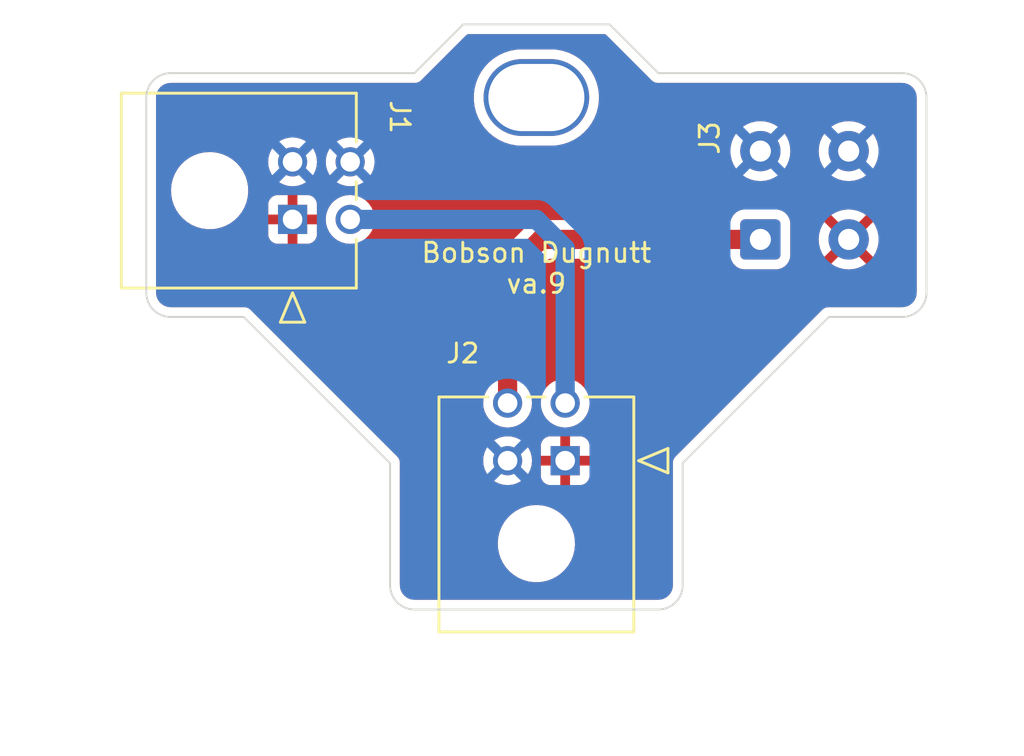
<source format=kicad_pcb>
(kicad_pcb (version 20211014) (generator pcbnew)
  (layers (0 "F.Cu" signal) (31 "B.Cu" signal) (34 "B.Paste" user) (35 "F.Paste" user) (36 "B.SilkS" user "B.Silkscreen") (37 "F.SilkS" user "F.Silkscreen") (38 "B.Mask" user) (39 "F.Mask" user) (44 "Edge.Cuts" user))
  (net 0 "")
  (net 1 "/VCC")
  (net 2 "/GND")
  (net 3 "/DATA_IN")
  (net 4 "/DATA_OUT")
  (footprint "dowloaded_parts:430450400" (layer "F.Cu") (at 119.38 55.88 -90)
    (fp_text reference "J1" (at -5.334 -5.588 -90 unlocked) (layer "F.SilkS"))
    (fp_text value "430450400")
    (fp_line (start 3.574991 -3.320001) (end 1.031545 -3.320001) (layer "F.SilkS") (width 0.1524))
    (fp_line (start 3.828991 0) (end 5.352991 -0.635) (layer "F.SilkS") (width 0.1524))
    (fp_line (start -6.574988 8.92) (end 3.574991 8.92) (layer "F.SilkS") (width 0.1524))
    (fp_line (start 5.352991 0.635) (end 3.828991 0) (layer "F.SilkS") (width 0.1524))
    (fp_line (start -4.031544 -3.320001) (end -6.574988 -3.320001) (layer "F.SilkS") (width 0.1524))
    (fp_line (start -6.574988 -3.320001) (end -6.574988 8.92) (layer "F.SilkS") (width 0.1524))
    (fp_line (start 5.352991 -0.635) (end 5.352991 0.635) (layer "F.SilkS") (width 0.1524))
    (fp_line (start 3.574991 8.92) (end 3.574991 -3.320001) (layer "F.SilkS") (width 0.1524))
    (fp_line (start -1.031545 -3.320001) (end -1.968454 -3.320001) (layer "F.SilkS") (width 0.1524))
    (pad "" np_thru_hole circle (at -1.5 4.319999 270) (size 2.999999 2.999999) (drill 2.999999) (layers *.Cu *.Mask))
    (pad "1" thru_hole rect (at 0 0 270) (size 1.52 1.52) (drill 1.02) (layers *.Cu *.Mask) (net 1 "/VCC"))
    (pad "2" thru_hole circle (at -2.999999 0 270) (size 1.52 1.52) (drill 1.02) (layers *.Cu *.Mask) (net 2 "/GND"))
    (pad "3" thru_hole circle (at 0 -2.999999 270) (size 1.52 1.52) (drill 1.02) (layers *.Cu *.Mask) (net 3 "/DATA_IN"))
    (pad "4" thru_hole circle (at -2.999999 -2.999999 270) (size 1.52 1.52) (drill 1.02) (layers *.Cu *.Mask) (net 2 "/GND"))
  )
  (footprint "dowloaded_parts:430450400" (layer "F.Cu") (at 133.58 68.447001)
    (fp_text reference "J2" (at -5.334 -5.588 unlocked) (layer "F.SilkS"))
    (fp_text value "430450400")
    (fp_line (start 3.574991 8.92) (end 3.574991 -3.320001) (layer "F.SilkS") (width 0.1524))
    (fp_line (start 5.352991 -0.635) (end 5.352991 0.635) (layer "F.SilkS") (width 0.1524))
    (fp_line (start 3.574991 -3.320001) (end 1.031545 -3.320001) (layer "F.SilkS") (width 0.1524))
    (fp_line (start -6.574988 -3.320001) (end -6.574988 8.92) (layer "F.SilkS") (width 0.1524))
    (fp_line (start -4.031544 -3.320001) (end -6.574988 -3.320001) (layer "F.SilkS") (width 0.1524))
    (fp_line (start -6.574988 8.92) (end 3.574991 8.92) (layer "F.SilkS") (width 0.1524))
    (fp_line (start 5.352991 0.635) (end 3.828991 0) (layer "F.SilkS") (width 0.1524))
    (fp_line (start 3.828991 0) (end 5.352991 -0.635) (layer "F.SilkS") (width 0.1524))
    (fp_line (start -1.031545 -3.320001) (end -1.968454 -3.320001) (layer "F.SilkS") (width 0.1524))
    (pad "" np_thru_hole circle (at -1.5 4.319999) (size 2.999999 2.999999) (drill 2.999999) (layers *.Cu *.Mask))
    (pad "1" thru_hole rect (at 0 0) (size 1.52 1.52) (drill 1.02) (layers *.Cu *.Mask) (net 1 "/VCC"))
    (pad "2" thru_hole circle (at -2.999999 0) (size 1.52 1.52) (drill 1.02) (layers *.Cu *.Mask) (net 2 "/GND"))
    (pad "3" thru_hole circle (at 0 -2.999999) (size 1.52 1.52) (drill 1.02) (layers *.Cu *.Mask) (net 3 "/DATA_IN"))
    (pad "4" thru_hole circle (at -2.999999 -2.999999) (size 1.52 1.52) (drill 1.02) (layers *.Cu *.Mask) (net 4 "/DATA_OUT"))
  )
  (footprint "dowloaded_parts:2x2 18awg Wire" (layer "F.Cu") (at 143.747 56.9214 90)
    (fp_text reference "J3" (at 5.2832 -2.6416 90) (layer "F.SilkS"))
    (fp_text value "Conn_01x04")
    (pad "1" thru_hole circle (at 0 4.6 90) (size 2.1 2.1) (drill 1.1) (layers *.Cu *.Mask) (net 1 "/VCC"))
    (pad "2" thru_hole circle (at 4.6 4.6 90) (size 2.1 2.1) (drill 1.1) (layers *.Cu *.Mask) (net 2 "/GND"))
    (pad "3" thru_hole roundrect (at 0 0 90) (size 2.1 2.1) (drill 1.1) (layers *.Cu *.Mask) (roundrect_rratio 0.119048) (net 4 "/DATA_OUT"))
    (pad "4" thru_hole circle (at 4.6 0 90) (size 2.1 2.1) (drill 1.1) (layers *.Cu *.Mask) (net 2 "/GND"))
  )
  (footprint "Connector:Banana_Jack_1Pin" (layer "F.Cu") (at 132.08 49.53)
    (fp_text reference "REF**" hide)
    (fp_text value "Banana_Jack_1Pin" hide)
    (pad "1" thru_hole oval (at 0 0) (size 5.5 4) (drill oval 5 3.5) (layers *.Cu *.Mask))
  )
  (gr_line (start 111.76 49.53) (end 111.76 59.69) (layer "Edge.Cuts") (width 0.1))
  (gr_line (start 151.13 60.96) (end 147.32 60.96) (layer "Edge.Cuts") (width 0.1))
  (gr_arc (start 113.03 60.96) (mid 112.131974 60.588026) (end 111.76 59.69) (layer "Edge.Cuts") (width 0.1))
  (gr_line (start 139.7 68.58) (end 147.32 60.96) (layer "Edge.Cuts") (width 0.1))
  (gr_line (start 138.43 48.26) (end 151.13 48.26) (layer "Edge.Cuts") (width 0.1))
  (gr_line (start 138.43 76.2) (end 125.73 76.2) (layer "Edge.Cuts") (width 0.1))
  (gr_line (start 139.7 74.93) (end 139.7 68.58) (layer "Edge.Cuts") (width 0.1))
  (gr_line (start 125.73 48.26) (end 113.03 48.26) (layer "Edge.Cuts") (width 0.1))
  (gr_line (start 128.27 45.72) (end 135.89 45.72) (layer "Edge.Cuts") (width 0.1))
  (gr_arc (start 139.7 74.93) (mid 139.328026 75.828026) (end 138.43 76.2) (layer "Edge.Cuts") (width 0.1))
  (gr_line (start 116.84 60.96) (end 124.46 68.58) (layer "Edge.Cuts") (width 0.1))
  (gr_line (start 124.46 74.93) (end 124.46 68.58) (layer "Edge.Cuts") (width 0.1))
  (gr_arc (start 152.4 59.69) (mid 152.028026 60.588026) (end 151.13 60.96) (layer "Edge.Cuts") (width 0.1))
  (gr_arc (start 125.73 76.2) (mid 124.831974 75.828026) (end 124.46 74.93) (layer "Edge.Cuts") (width 0.1))
  (gr_arc (start 151.13 48.26) (mid 152.028026 48.631974) (end 152.4 49.53) (layer "Edge.Cuts") (width 0.1))
  (gr_line (start 125.73 48.26) (end 128.27 45.72) (layer "Edge.Cuts") (width 0.1))
  (gr_arc (start 111.76 49.53) (mid 112.131974 48.631974) (end 113.03 48.26) (layer "Edge.Cuts") (width 0.1))
  (gr_line (start 113.03 60.96) (end 116.84 60.96) (layer "Edge.Cuts") (width 0.1))
  (gr_line (start 135.89 45.72) (end 138.43 48.26) (layer "Edge.Cuts") (width 0.1))
  (gr_line (start 152.4 59.69) (end 152.4 49.53) (layer "Edge.Cuts") (width 0.1))
  (gr_text "Bobson Dugnutt\nva.9" (at 132.08 58.42) (layer "F.SilkS") (effects (font (size 1 1))))
  (segment (start 122.379999 55.88) (end 132.08 55.88) (width 1) (layer "B.Cu") (net 3))
  (segment (start 132.08 55.88) (end 133.58 57.38) (width 1) (layer "B.Cu") (net 3))
  (segment (start 133.58 57.38) (end 133.58 65.447002) (width 1) (layer "B.Cu") (net 3))
  (segment (start 132.3086 56.9214) (end 143.747 56.9214) (width 1) (layer "F.Cu") (net 4))
  (segment (start 130.580001 58.649999) (end 132.3086 56.9214) (width 1) (layer "F.Cu") (net 4))
  (segment (start 130.580001 65.447002) (end 130.580001 58.649999) (width 1) (layer "F.Cu") (net 4))
  (zone (net 1) (net_name "/VCC") (layer "F.Cu") (connect_pads (clearance 0.508)) (min_thickness 0.254) (fill yes (thermal_gap 0.508) (thermal_bridge_width 0.508))
    (polygon (pts (xy 157.48 83.82) (xy 104.14 83.82) (xy 104.14 45.72) (xy 157.48 44.45)))
  )
  (zone (net 2) (net_name "/GND") (layer "B.Cu") (connect_pads (clearance 0.508)) (min_thickness 0.254) (fill yes (thermal_gap 0.508) (thermal_bridge_width 0.508))
    (polygon (pts (xy 157.48 83.82) (xy 104.14 83.82) (xy 104.14 45.72) (xy 157.48 44.45)))
  )
)
</source>
